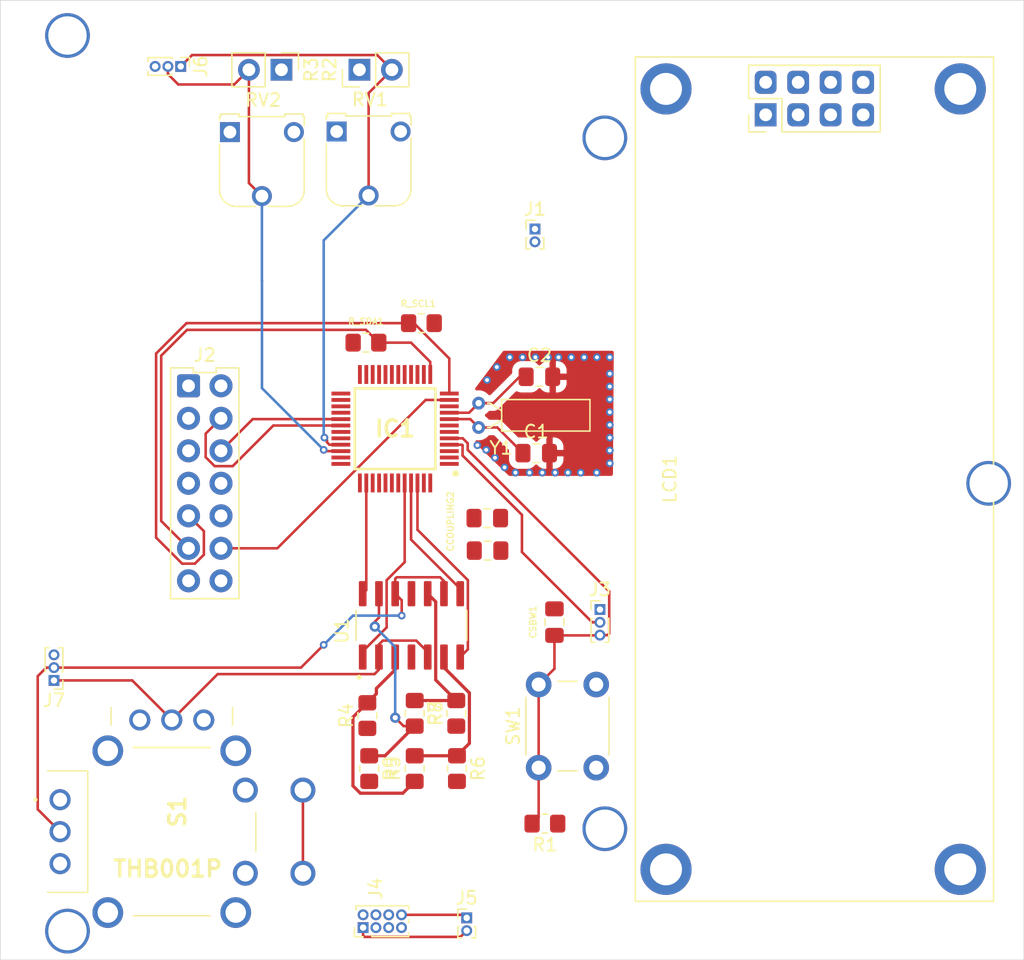
<source format=kicad_pcb>
(kicad_pcb (version 20221018) (generator pcbnew)
  (layers (0 "F.Cu" signal) (31 "B.Cu" signal) (34 "B.Paste" user) (35 "F.Paste" user) (36 "B.SilkS" user "B.Silkscreen") (37 "F.SilkS" user "F.Silkscreen") (38 "B.Mask" user) (39 "F.Mask" user) (44 "Edge.Cuts" user))
  (net 0 "")
  (net 1 "XIN")
  (net 2 "GND")
  (net 3 "XOUT")
  (net 4 "+3.3V")
  (net 5 "RESET{slash}TDIO")
  (net 7 "/SBWTCK")
  (net 8 "Rst_n_display")
  (net 9 "G(P2.4)")
  (net 10 "SCL")
  (net 11 "SDA")
  (net 25 "TRIGGER")
  (net 26 "ECHO")
  (net 27 "RXD")
  (net 28 "TXD")
  (net 33 "C_ENABLE")
  (net 34 "/GPIO_L")
  (net 38 "A9")
  (net 39 "A8")
  (net 40 "/GPIO_R")
  (net 41 "/GPIO_B")
  (net 42 "/GPIO_T")
  (net 43 "DF_Robot")
  (net 53 "Analog_outTB")
  (net 54 "Analog_out_RL")
  (net 57 "Net-(U1A-+)")
  (net 58 "Net-(U1B--)")
  (net 59 "Net-(U1C-+)")
  (net 60 "Net-(U1D--)")
  (footprint "Capacitor_SMD:C_0805_2012Metric_Pad1.18x1.45mm_HandSolder" (layer "F.Cu") (at 125.5615 93.46996)
    (fp_text reference "CCOUPLING2" (at -2.8795 0.25604 -90) (layer "F.SilkS") (effects (font (size 0.5 0.5) (thickness 0.1) bold)))
    (fp_text value "100nF")
    (pad "1" smd roundrect (at -1.0375 0) (size 1.175 1.45) (layers "F.Cu" "F.Paste" "F.Mask") (roundrect_rratio 0.212766) (net 4 "+3.3V"))
    (pad "2" smd roundrect (at 1.0375 0) (size 1.175 1.45) (layers "F.Cu" "F.Paste" "F.Mask") (roundrect_rratio 0.212766) (net 2 "GND"))
  )
  (footprint "MiSE:THB001P" (layer "F.Cu") (at 92.171 115.4775 90)
    (fp_text reference "S1" (at -0.937 9.175 90) (layer "F.SilkS") (effects (font (size 1.27 1.27) (thickness 0.254))))
    (fp_text value "THB001P" (at -5.4025 8.415) (layer "F.SilkS") (effects (font (size 1.27 1.27) (thickness 0.254))))
    (pad "1" thru_hole circle (at 0 0 90) (size 1.65 1.65) (drill 1.1) (layers "*.Cu" "*.Mask") (net 4 "+3.3V"))
    (pad "2" thru_hole circle (at -2.5 0 90) (size 1.65 1.65) (drill 1.1) (layers "*.Cu" "*.Mask") (net 54 "Analog_out_RL"))
    (pad "3" thru_hole circle (at -5 0 90) (size 1.65 1.65) (drill 1.1) (layers "*.Cu" "*.Mask") (net 2 "GND"))
    (pad "11" thru_hole circle (at 6.23 11.23 90) (size 1.65 1.65) (drill 1.1) (layers "*.Cu" "*.Mask") (net 4 "+3.3V"))
    (pad "12" thru_hole circle (at 6.23 8.73 90) (size 1.65 1.65) (drill 1.1) (layers "*.Cu" "*.Mask") (net 53 "Analog_outTB"))
    (pad "13" thru_hole circle (at 6.23 6.23 90) (size 1.65 1.65) (drill 1.1) (layers "*.Cu" "*.Mask") (net 2 "GND"))
    (pad "A1" thru_hole circle (at -5.75 14.48 90) (size 1.95 1.95) (drill 1.3) (layers "*.Cu" "*.Mask") (net 2 "GND"))
    (pad "B1" thru_hole circle (at 0.75 14.48 90) (size 1.95 1.95) (drill 1.3) (layers "*.Cu" "*.Mask") (net 2 "GND"))
    (pad "C1" thru_hole circle (at -5.75 18.98 90) (size 1.95 1.95) (drill 1.3) (layers "*.Cu" "*.Mask") (net 43 "DF_Robot"))
    (pad "D1" thru_hole circle (at 0.75 18.98 90) (size 1.95 1.95) (drill 1.3) (layers "*.Cu" "*.Mask") (net 43 "DF_Robot"))
    (pad "MH1" thru_hole circle (at 3.825 3.73 90) (size 2.4 2.4) (drill 1.6) (layers "*.Cu" "*.Mask") (net 2 "GND"))
    (pad "MH2" thru_hole circle (at -8.825 3.73 90) (size 2.4 2.4) (drill 1.6) (layers "*.Cu" "*.Mask") (net 2 "GND"))
    (pad "MH3" thru_hole circle (at -8.825 13.73 90) (size 2.4 2.4) (drill 1.6) (layers "*.Cu" "*.Mask") (net 2 "GND"))
    (pad "MH4" thru_hole circle (at 3.825 13.73 90) (size 2.4 2.4) (drill 1.6) (layers "*.Cu" "*.Mask") (net 2 "GND"))
  )
  (footprint "MiSE:LDR" (layer "F.Cu") (at 109.47 58.428 -90)
    (fp_text reference "R3" (at 0 -2.33 90) (layer "F.SilkS"))
    (fp_text value "Device_R_PHOTO")
    (pad "1" thru_hole rect (at 0 0 270) (size 1.7 1.7) (drill 1) (layers "*.Cu" "*.Mask") (net 4 "+3.3V"))
    (pad "2" thru_hole oval (at 0 2.54 270) (size 1.7 1.7) (drill 1) (layers "*.Cu" "*.Mask") (net 38 "A9"))
  )
  (footprint "Connector_PinHeader_1.00mm:PinHeader_1x03_P1.00mm_Vertical" (layer "F.Cu") (at 101.6 58.166 -90)
    (fp_text reference "J6" (at 0 -1.56 90) (layer "F.SilkS"))
    (fp_text value "Conn_01x03_Pin")
    (pad "1" thru_hole rect (at 0 0 270) (size 0.85 0.85) (drill 0.5) (layers "*.Cu" "*.Mask") (net 39 "A8"))
    (pad "2" thru_hole oval (at 0 1 270) (size 0.85 0.85) (drill 0.5) (layers "*.Cu" "*.Mask") (net 38 "A9"))
    (pad "3" thru_hole oval (at 0 2 270) (size 0.85 0.85) (drill 0.5) (layers "*.Cu" "*.Mask") (net 2 "GND"))
  )
  (footprint "MiSE:Trimmer_MiSE" (layer "F.Cu") (at 105.446 63.3)
    (fp_text reference "RV2" (at 2.6 -2.5) (layer "F.SilkS"))
    (fp_text value "Device_R_POT")
    (pad "1" thru_hole rect (at 0 0) (size 1.56 1.56) (drill 1) (layers "*.Cu" "*.Mask"))
    (pad "2" thru_hole circle (at 2.5 5) (size 1.56 1.56) (drill 1) (layers "*.Cu" "*.Mask") (net 38 "A9"))
    (pad "3" thru_hole circle (at 5 0) (size 1.56 1.56) (drill 1) (layers "*.Cu" "*.Mask") (net 2 "GND"))
  )
  (footprint "MiSE:QFP50P900X900X160-48N" (layer "F.Cu") (at 118.354 86.484 180)
    (fp_text reference "IC1" (at 0 0) (layer "F.SilkS") (effects (font (size 1.27 1.27) (thickness 0.254))))
    (fp_text value "MSP430FR2355TPT" hide)
    (pad "1" smd rect (at -4.238 -2.75 270) (size 0.3 1.475) (layers "F.Cu" "F.Paste" "F.Mask") (net 2 "GND"))
    (pad "2" smd rect (at -4.238 -2.25 270) (size 0.3 1.475) (layers "F.Cu" "F.Paste" "F.Mask"))
    (pad "3" smd rect (at -4.238 -1.75 270) (size 0.3 1.475) (layers "F.Cu" "F.Paste" "F.Mask") (net 4 "+3.3V"))
    (pad "4" smd rect (at -4.238 -1.25 270) (size 0.3 1.475) (layers "F.Cu" "F.Paste" "F.Mask") (net 7 "/SBWTCK"))
    (pad "5" smd rect (at -4.238 -0.75 270) (size 0.3 1.475) (layers "F.Cu" "F.Paste" "F.Mask") (net 5 "RESET{slash}TDIO"))
    (pad "6" smd rect (at -4.238 -0.25 270) (size 0.3 1.475) (layers "F.Cu" "F.Paste" "F.Mask") (net 4 "+3.3V"))
    (pad "7" smd rect (at -4.238 0.25 270) (size 0.3 1.475) (layers "F.Cu" "F.Paste" "F.Mask") (net 2 "GND"))
    (pad "8" smd rect (at -4.238 0.75 270) (size 0.3 1.475) (layers "F.Cu" "F.Paste" "F.Mask") (net 1 "XIN"))
    (pad "9" smd rect (at -4.238 1.25 270) (size 0.3 1.475) (layers "F.Cu" "F.Paste" "F.Mask") (net 3 "XOUT"))
    (pad "10" smd rect (at -4.238 1.75 270) (size 0.3 1.475) (layers "F.Cu" "F.Paste" "F.Mask"))
    (pad "11" smd rect (at -4.238 2.25 270) (size 0.3 1.475) (layers "F.Cu" "F.Paste" "F.Mask") (net 9 "G(P2.4)"))
    (pad "12" smd rect (at -4.238 2.75 270) (size 0.3 1.475) (layers "F.Cu" "F.Paste" "F.Mask") (net 10 "SCL"))
    (pad "13" smd rect (at -2.75 4.238 180) (size 0.3 1.475) (layers "F.Cu" "F.Paste" "F.Mask") (net 11 "SDA"))
    (pad "14" smd rect (at -2.25 4.238 180) (size 0.3 1.475) (layers "F.Cu" "F.Paste" "F.Mask") (net 8 "Rst_n_display"))
    (pad "15" smd rect (at -1.75 4.238 180) (size 0.3 1.475) (layers "F.Cu" "F.Paste" "F.Mask") (net 33 "C_ENABLE"))
    (pad "16" smd rect (at -1.25 4.238 180) (size 0.3 1.475) (layers "F.Cu" "F.Paste" "F.Mask"))
    (pad "17" smd rect (at -0.75 4.238 180) (size 0.3 1.475) (layers "F.Cu" "F.Paste" "F.Mask"))
    (pad "18" smd rect (at -0.25 4.238 180) (size 0.3 1.475) (layers "F.Cu" "F.Paste" "F.Mask"))
    (pad "19" smd rect (at 0.25 4.238 180) (size 0.3 1.475) (layers "F.Cu" "F.Paste" "F.Mask"))
    (pad "20" smd rect (at 0.75 4.238 180) (size 0.3 1.475) (layers "F.Cu" "F.Paste" "F.Mask"))
    (pad "21" smd rect (at 1.25 4.238 180) (size 0.3 1.475) (layers "F.Cu" "F.Paste" "F.Mask"))
    (pad "22" smd rect (at 1.75 4.238 180) (size 0.3 1.475) (layers "F.Cu" "F.Paste" "F.Mask"))
    (pad "23" smd rect (at 2.25 4.238 180) (size 0.3 1.475) (layers "F.Cu" "F.Paste" "F.Mask") (net 27 "RXD"))
    (pad "24" smd rect (at 2.75 4.238 180) (size 0.3 1.475) (layers "F.Cu" "F.Paste" "F.Mask") (net 28 "TXD"))
    (pad "25" smd rect (at 4.238 2.75 270) (size 0.3 1.475) (layers "F.Cu" "F.Paste" "F.Mask"))
    (pad "26" smd rect (at 4.238 2.25 270) (size 0.3 1.475) (layers "F.Cu" "F.Paste" "F.Mask"))
    (pad "27" smd rect (at 4.238 1.75 270) (size 0.3 1.475) (layers "F.Cu" "F.Paste" "F.Mask"))
    (pad "28" smd rect (at 4.238 1.25 270) (size 0.3 1.475) (layers "F.Cu" "F.Paste" "F.Mask"))
    (pad "29" smd rect (at 4.238 0.75 270) (size 0.3 1.475) (layers "F.Cu" "F.Paste" "F.Mask") (net 25 "TRIGGER"))
    (pad "30" smd rect (at 4.238 0.25 270) (size 0.3 1.475) (layers "F.Cu" "F.Paste" "F.Mask") (net 26 "ECHO"))
    (pad "31" smd rect (at 4.238 -0.25 270) (size 0.3 1.475) (layers "F.Cu" "F.Paste" "F.Mask"))
    (pad "32" smd rect (at 4.238 -0.75 270) (size 0.3 1.475) (layers "F.Cu" "F.Paste" "F.Mask"))
    (pad "33" smd rect (at 4.238 -1.25 270) (size 0.3 1.475) (layers "F.Cu" "F.Paste" "F.Mask") (net 39 "A8"))
    (pad "34" smd rect (at 4.238 -1.75 270) (size 0.3 1.475) (layers "F.Cu" "F.Paste" "F.Mask") (net 38 "A9"))
    (pad "35" smd rect (at 4.238 -2.25 270) (size 0.3 1.475) (layers "F.Cu" "F.Paste" "F.Mask"))
    (pad "36" smd rect (at 4.238 -2.75 270) (size 0.3 1.475) (layers "F.Cu" "F.Paste" "F.Mask"))
    (pad "37" smd rect (at 2.75 -4.238 180) (size 0.3 1.475) (layers "F.Cu" "F.Paste" "F.Mask"))
    (pad "38" smd rect (at 2.25 -4.238 180) (size 0.3 1.475) (layers "F.Cu" "F.Paste" "F.Mask") (net 34 "/GPIO_L"))
    (pad "39" smd rect (at 1.75 -4.238 180) (size 0.3 1.475) (layers "F.Cu" "F.Paste" "F.Mask"))
    (pad "40" smd rect (at 1.25 -4.238 180) (size 0.3 1.475) (layers "F.Cu" "F.Paste" "F.Mask"))
    (pad "41" smd rect (at 0.75 -4.238 180) (size 0.3 1.475) (layers "F.Cu" "F.Paste" "F.Mask"))
    (pad "42" smd rect (at 0.25 -4.238 180) (size 0.3 1.475) (layers "F.Cu" "F.Paste" "F.Mask"))
    (pad "43" smd rect (at -0.25 -4.238 180) (size 0.3 1.475) (layers "F.Cu" "F.Paste" "F.Mask"))
    (pad "44" smd rect (at -0.75 -4.238 180) (size 0.3 1.475) (layers "F.Cu" "F.Paste" "F.Mask") (net 42 "/GPIO_T"))
    (pad "45" smd rect (at -1.25 -4.238 180) (size 0.3 1.475) (layers "F.Cu" "F.Paste" "F.Mask") (net 40 "/GPIO_R"))
    (pad "46" smd rect (at -1.75 -4.238 180) (size 0.3 1.475) (layers "F.Cu" "F.Paste" "F.Mask") (net 41 "/GPIO_B"))
    (pad "47" smd rect (at -2.25 -4.238 180) (size 0.3 1.475) (layers "F.Cu" "F.Paste" "F.Mask") (net 43 "DF_Robot"))
    (pad "48" smd rect (at -2.75 -4.238 180) (size 0.3 1.475) (layers "F.Cu" "F.Paste" "F.Mask"))
  )
  (footprint "Crystal:Crystal_C26-LF_D2.1mm_L6.5mm_Horizontal" (layer "F.Cu") (at 124.886 86.386 90)
    (fp_text reference "Y1" (at -1.6 1.75) (layer "F.SilkS"))
    (fp_text value "Crystal")
    (pad "1" thru_hole circle (at 0 0 90) (size 1 1) (drill 0.5) (layers "*.Cu" "*.Mask") (net 1 "XIN"))
    (pad "2" thru_hole circle (at 1.9 0 90) (size 1 1) (drill 0.5) (layers "*.Cu" "*.Mask") (net 3 "XOUT"))
  )
  (footprint "Capacitor_SMD:C_0805_2012Metric_Pad1.18x1.45mm_HandSolder" (layer "F.Cu") (at 129.386 88.392)
    (fp_text reference "C1" (at 0 -1.68) (layer "F.SilkS"))
    (fp_text value "12pF")
    (pad "1" smd roundrect (at -1.0375 0) (size 1.175 1.45) (layers "F.Cu" "F.Paste" "F.Mask") (roundrect_rratio 0.212766) (net 1 "XIN"))
    (pad "2" smd roundrect (at 1.0375 0) (size 1.175 1.45) (layers "F.Cu" "F.Paste" "F.Mask") (roundrect_rratio 0.212766) (net 2 "GND"))
  )
  (footprint "MiSE:conn_DFrobot" (layer "F.Cu") (at 104.75 90.75)
    (fp_text reference "J2" (at -1.27 -10.02) (layer "F.SilkS"))
    (fp_text value "conn_DFrobot")
    (pad "1" thru_hole roundrect (at -2.54 -7.62 270) (size 1.8 1.8) (drill 1) (layers "*.Cu" "*.Mask") (roundrect_rratio 0.1388888889) (net 4 "+3.3V"))
    (pad "2" thru_hole circle (at 0 -7.62 270) (size 1.8 1.8) (drill 1) (layers "*.Cu" "*.Mask") (net 4 "+3.3V"))
    (pad "3" thru_hole circle (at -2.54 -5.08 270) (size 1.8 1.8) (drill 1) (layers "*.Cu" "*.Mask"))
    (pad "4" thru_hole circle (at 0 -5.08 270) (size 1.8 1.8) (drill 1) (layers "*.Cu" "*.Mask") (net 26 "ECHO"))
    (pad "5" thru_hole circle (at -2.54 -2.54 270) (size 1.8 1.8) (drill 1) (layers "*.Cu" "*.Mask"))
    (pad "6" thru_hole circle (at 0 -2.54 270) (size 1.8 1.8) (drill 1) (layers "*.Cu" "*.Mask") (net 25 "TRIGGER"))
    (pad "7" thru_hole circle (at -2.54 0 270) (size 1.8 1.8) (drill 1) (layers "*.Cu" "*.Mask"))
    (pad "8" thru_hole circle (at 0 0 270) (size 1.8 1.8) (drill 1) (layers "*.Cu" "*.Mask"))
    (pad "9" thru_hole circle (at -2.54 2.54 270) (size 1.8 1.8) (drill 1) (layers "*.Cu" "*.Mask") (net 10 "SCL"))
    (pad "10" thru_hole circle (at 0 2.54 270) (size 1.8 1.8) (drill 1) (layers "*.Cu" "*.Mask"))
    (pad "11" thru_hole circle (at -2.54 5.08 270) (size 1.8 1.8) (drill 1) (layers "*.Cu" "*.Mask") (net 11 "SDA"))
    (pad "12" thru_hole circle (at 0 5.08 270) (size 1.8 1.8) (drill 1) (layers "*.Cu" "*.Mask") (net 9 "G(P2.4)"))
    (pad "13" thru_hole circle (at -2.54 7.62 270) (size 1.8 1.8) (drill 1) (layers "*.Cu" "*.Mask") (net 2 "GND"))
    (pad "14" thru_hole circle (at 0 7.62 270) (size 1.8 1.8) (drill 1) (layers "*.Cu" "*.Mask") (net 2 "GND"))
    (pad "15" thru_hole circle (at 60 0 270) (size 3.5 3.5) (drill 3) (layers "*.Cu" "*.Mask"))
    (pad "16" thru_hole circle (at 30 27 270) (size 3.5 3.5) (drill 3) (layers "*.Cu" "*.Mask"))
    (pad "17" thru_hole circle (at 30 -27 270) (size 3.5 3.5) (drill 3) (layers "*.Cu" "*.Mask"))
    (pad "18" thru_hole circle (at -12 35 270) (size 3.5 3.5) (drill 3) (layers "*.Cu" "*.Mask"))
    (pad "19" thru_hole circle (at -12 -35 270) (size 3.5 3.5) (drill 3) (layers "*.Cu" "*.Mask"))
  )
  (footprint "Resistor_SMD:R_0805_2012Metric_Pad1.20x1.40mm_HandSolder" (layer "F.Cu") (at 123.138 108.728 90)
    (fp_text reference "R7" (at 0 -1.65 90) (layer "F.SilkS"))
    (fp_text value "2K")
    (pad "1" smd roundrect (at -1 0 90) (size 1.2 1.4) (layers "F.Cu" "F.Paste" "F.Mask") (roundrect_rratio 0.208333) (net 4 "+3.3V"))
    (pad "2" smd roundrect (at 1 0 90) (size 1.2 1.4) (layers "F.Cu" "F.Paste" "F.Mask") (roundrect_rratio 0.208333) (net 59 "Net-(U1C-+)"))
  )
  (footprint "MiSE:Trimmer_MiSE" (layer "F.Cu") (at 113.788 63.254)
    (fp_text reference "RV1" (at 2.6 -2.5) (layer "F.SilkS"))
    (fp_text value "Device_R_POT")
    (pad "1" thru_hole rect (at 0 0) (size 1.56 1.56) (drill 1) (layers "*.Cu" "*.Mask"))
    (pad "2" thru_hole circle (at 2.5 5) (size 1.56 1.56) (drill 1) (layers "*.Cu" "*.Mask") (net 39 "A8"))
    (pad "3" thru_hole circle (at 5 0) (size 1.56 1.56) (drill 1) (layers "*.Cu" "*.Mask") (net 2 "GND"))
  )
  (footprint "Connector_PinHeader_1.00mm:PinHeader_1x02_P1.00mm_Vertical" (layer "F.Cu") (at 129.286 70.874)
    (fp_text reference "J1" (at 0 -1.56) (layer "F.SilkS"))
    (fp_text value "Conn_01x02_Pin")
    (pad "1" thru_hole rect (at 0 0) (size 0.85 0.85) (drill 0.5) (layers "*.Cu" "*.Mask") (net 10 "SCL"))
    (pad "2" thru_hole oval (at 0 1) (size 0.85 0.85) (drill 0.5) (layers "*.Cu" "*.Mask") (net 11 "SDA"))
  )
  (footprint "Connector_PinHeader_1.00mm:PinHeader_1x02_P1.00mm_Vertical" (layer "F.Cu") (at 123.952 124.714)
    (fp_text reference "J5" (at 0 -1.56) (layer "F.SilkS"))
    (fp_text value "Conn_01x02_Pin")
    (pad "1" thru_hole rect (at 0 0) (size 0.85 0.85) (drill 0.5) (layers "*.Cu" "*.Mask") (net 28 "TXD"))
    (pad "2" thru_hole oval (at 0 1) (size 0.85 0.85) (drill 0.5) (layers "*.Cu" "*.Mask") (net 27 "RXD"))
  )
  (footprint "Resistor_SMD:R_0805_2012Metric_Pad1.20x1.40mm_HandSolder" (layer "F.Cu") (at 123.19 113.046 -90)
    (fp_text reference "R6" (at 0 -1.65 90) (layer "F.SilkS"))
    (fp_text value "3K")
    (pad "1" smd roundrect (at -1 0 270) (size 1.2 1.4) (layers "F.Cu" "F.Paste" "F.Mask") (roundrect_rratio 0.208333) (net 58 "Net-(U1B--)"))
    (pad "2" smd roundrect (at 1 0 270) (size 1.2 1.4) (layers "F.Cu" "F.Paste" "F.Mask") (roundrect_rratio 0.208333) (net 2 "GND"))
  )
  (footprint "Capacitor_SMD:C_0805_2012Metric_Pad1.18x1.45mm_HandSolder" (layer "F.Cu") (at 125.583 96.00996)
    (fp_text reference "CCOUPLING1" hide)
    (fp_text value "100nF")
    (pad "1" smd roundrect (at -1.0375 0) (size 1.175 1.45) (layers "F.Cu" "F.Paste" "F.Mask") (roundrect_rratio 0.212766) (net 4 "+3.3V"))
    (pad "2" smd roundrect (at 1.0375 0) (size 1.175 1.45) (layers "F.Cu" "F.Paste" "F.Mask") (roundrect_rratio 0.212766) (net 2 "GND"))
  )
  (footprint "Capacitor_SMD:C_0805_2012Metric_Pad1.18x1.45mm_HandSolder" (layer "F.Cu") (at 129.636 82.424)
    (fp_text reference "C2" (at 0 -1.68) (layer "F.SilkS"))
    (fp_text value "12pF")
    (pad "1" smd roundrect (at -1.0375 0) (size 1.175 1.45) (layers "F.Cu" "F.Paste" "F.Mask") (roundrect_rratio 0.212766) (net 3 "XOUT"))
    (pad "2" smd roundrect (at 1.0375 0) (size 1.175 1.45) (layers "F.Cu" "F.Paste" "F.Mask") (roundrect_rratio 0.212766) (net 2 "GND"))
  )
  (footprint "Button_Switch_THT:SW_PUSH_6mm" (layer "F.Cu") (at 129.576 112.978 90)
    (fp_text reference "SW1" (at 3.25 -2 90) (layer "F.SilkS"))
    (fp_text value "SW_Push")
    (pad "1" thru_hole circle (at 0 0 180) (size 2 2) (drill 1.1) (layers "*.Cu" "*.Mask") (net 5 "RESET{slash}TDIO"))
    (pad "1" thru_hole circle (at 6.5 0 180) (size 2 2) (drill 1.1) (layers "*.Cu" "*.Mask") (net 5 "RESET{slash}TDIO"))
    (pad "2" thru_hole circle (at 0 4.5 180) (size 2 2) (drill 1.1) (layers "*.Cu" "*.Mask") (net 2 "GND"))
    (pad "2" thru_hole circle (at 6.5 4.5 180) (size 2 2) (drill 1.1) (layers "*.Cu" "*.Mask") (net 2 "GND"))
  )
  (footprint "Resistor_SMD:R_0805_2012Metric_Pad1.20x1.40mm_HandSolder" (layer "F.Cu") (at 116.078 79.756)
    (fp_text reference "R_SDA1" (at 0 -1.65) (layer "F.SilkS") (effects (font (size 0.5 0.5) (thickness 0.1) bold)))
    (fp_text value "10K")
    (pad "1" smd roundrect (at -1 0) (size 1.2 1.4) (layers "F.Cu" "F.Paste" "F.Mask") (roundrect_rratio 0.208333) (net 4 "+3.3V"))
    (pad "2" smd roundrect (at 1 0) (size 1.2 1.4) (layers "F.Cu" "F.Paste" "F.Mask") (roundrect_rratio 0.208333) (net 11 "SDA"))
  )
  (footprint "Resistor_SMD:R_0805_2012Metric_Pad1.20x1.40mm_HandSolder" (layer "F.Cu") (at 119.888 113.046 90)
    (fp_text reference "R5" (at 0 -1.65 90) (layer "F.SilkS"))
    (fp_text value "5K")
    (pad "1" smd roundrect (at -1 0 90) (size 1.2 1.4) (layers "F.Cu" "F.Paste" "F.Mask") (roundrect_rratio 0.208333) (net 57 "Net-(U1A-+)"))
    (pad "2" smd roundrect (at 1 0 90) (size 1.2 1.4) (layers "F.Cu" "F.Paste" "F.Mask") (roundrect_rratio 0.208333) (net 58 "Net-(U1B--)"))
  )
  (footprint "MiSE:LCD_2x16_I2C(Midas)" (layer "F.Cu") (at 151.13 90.424 90)
    (fp_text reference "LCD1" (at 0 -11.3 90) (layer "F.SilkS"))
    (fp_text value "LCD_2x16_I2C")
    (pad "1" thru_hole rect (at 28.475 -3.81 90) (size 1.8 1.7) (drill 1) (layers "*.Cu" "*.Mask") (net 4 "+3.3V"))
    (pad "2" thru_hole roundrect (at 31.015 -3.81 90) (size 1.8 1.7) (drill 1) (layers "*.Cu" "*.Mask") (net 2 "GND"))
    (pad "3" thru_hole roundrect (at 28.475 -1.27 90) (size 1.8 1.7) (drill 1) (layers "*.Cu" "*.Mask") (net 11 "SDA"))
    (pad "4" thru_hole roundrect (at 31.015 -1.27 90) (size 1.8 1.7) (drill 1) (layers "*.Cu" "*.Mask") (net 10 "SCL"))
    (pad "5" thru_hole roundrect (at 28.475 1.27 90) (size 1.8 1.7) (drill 1) (layers "*.Cu" "*.Mask") (net 8 "Rst_n_display"))
    (pad "6" thru_hole roundrect (at 31.015 1.27 90) (size 1.8 1.7) (drill 1) (layers "*.Cu" "*.Mask"))
    (pad "7" thru_hole roundrect (at 28.475 3.81 90) (size 1.8 1.7) (drill 1) (layers "*.Cu" "*.Mask") (net 2 "GND"))
    (pad "8" thru_hole roundrect (at 31.015 3.81 90) (size 1.8 1.7) (drill 1) (layers "*.Cu" "*.Mask"))
    (pad "9" thru_hole circle (at 30.5 11.4 90) (size 4 4) (drill 2.5) (layers "*.Cu" "*.Mask"))
    (pad "10" thru_hole circle (at -30.5 11.4 90) (size 4 4) (drill 2.5) (layers "*.Cu" "*.Mask"))
    (pad "11" thru_hole circle (at -30.5 -11.6 90) (size 4 4) (drill 2.5) (layers "*.Cu" "*.Mask"))
    (pad "12" thru_hole circle (at 30.5 -11.6 90) (size 4 4) (drill 2.5) (layers "*.Cu" "*.Mask"))
  )
  (footprint "Resistor_SMD:R_0805_2012Metric_Pad1.20x1.40mm_HandSolder" (layer "F.Cu") (at 116.332 113.046 -90)
    (fp_text reference "R9" (at 0 -1.65 90) (layer "F.SilkS"))
    (fp_text value "3K")
    (pad "1" smd roundrect (at -1 0 270) (size 1.2 1.4) (layers "F.Cu" "F.Paste" "F.Mask") (roundrect_rratio 0.208333) (net 60 "Net-(U1D--)"))
    (pad "2" smd roundrect (at 1 0 270) (size 1.2 1.4) (layers "F.Cu" "F.Paste" "F.Mask") (roundrect_rratio 0.208333) (net 2 "GND"))
  )
  (footprint "Resistor_SMD:R_0805_2012Metric_Pad1.20x1.40mm_HandSolder" (layer "F.Cu") (at 130.064 117.348 180)
    (fp_text reference "R1" (at 0 -1.65) (layer "F.SilkS"))
    (fp_text value "10K")
    (pad "1" smd roundrect (at -1 0 180) (size 1.2 1.4) (layers "F.Cu" "F.Paste" "F.Mask") (roundrect_rratio 0.208333) (net 4 "+3.3V"))
    (pad "2" smd roundrect (at 1 0 180) (size 1.2 1.4) (layers "F.Cu" "F.Paste" "F.Mask") (roundrect_rratio 0.208333) (net 5 "RESET{slash}TDIO"))
  )
  (footprint "Resistor_SMD:R_0805_2012Metric_Pad1.20x1.40mm_HandSolder" (layer "F.Cu") (at 120.412 78.232 180)
    (fp_text reference "R_SCL1" (at 0.254 1.524) (layer "F.SilkS") (effects (font (size 0.5 0.5) (thickness 0.1) bold)))
    (fp_text value "10K")
    (pad "1" smd roundrect (at -1 0 180) (size 1.2 1.4) (layers "F.Cu" "F.Paste" "F.Mask") (roundrect_rratio 0.208333) (net 4 "+3.3V"))
    (pad "2" smd roundrect (at 1 0 180) (size 1.2 1.4) (layers "F.Cu" "F.Paste" "F.Mask") (roundrect_rratio 0.208333) (net 10 "SCL"))
  )
  (footprint "Connector_PinHeader_1.00mm:PinHeader_2x04_P1.00mm_Vertical" (layer "F.Cu") (at 115.856 125.476 90)
    (fp_text reference "J4" (at 3.048 0.984 270) (layer "F.SilkS"))
    (fp_text value "ESP01")
    (pad "1" thru_hole rect (at 0 0 90) (size 0.85 0.85) (drill 0.5) (layers "*.Cu" "*.Mask") (net 27 "RXD"))
    (pad "2" thru_hole oval (at 1 0 90) (size 0.85 0.85) (drill 0.5) (layers "*.Cu" "*.Mask") (net 4 "+3.3V"))
    (pad "3" thru_hole oval (at 0 1 90) (size 0.85 0.85) (drill 0.5) (layers "*.Cu" "*.Mask"))
    (pad "4" thru_hole oval (at 1 1 90) (size 0.85 0.85) (drill 0.5) (layers "*.Cu" "*.Mask"))
    (pad "5" thru_hole oval (at 0 2 90) (size 0.85 0.85) (drill 0.5) (layers "*.Cu" "*.Mask"))
    (pad "6" thru_hole oval (at 1 2 90) (size 0.85 0.85) (drill 0.5) (layers "*.Cu" "*.Mask") (net 33 "C_ENABLE"))
    (pad "7" thru_hole oval (at 0 3 90) (size 0.85 0.85) (drill 0.5) (layers "*.Cu" "*.Mask") (net 2 "GND"))
    (pad "8" thru_hole oval (at 1 3 90) (size 0.85 0.85) (drill 0.5) (layers "*.Cu" "*.Mask") (net 28 "TXD"))
  )
  (footprint "MiSE:SOIC127P600X175-14N" (layer "F.Cu") (at 119.634 101.854 90)
    (fp_text reference "U1" (at -0.425 -5.435 90) (layer "F.SilkS"))
    (fp_text value "LMV324")
    (pad "1" smd roundrect (at -2.475 -3.81 90) (size 1.97 0.6) (layers "F.Cu" "F.Paste" "F.Mask") (roundrect_rratio 0.15) (net 42 "/GPIO_T"))
    (pad "2" smd roundrect (at -2.475 -2.54 90) (size 1.97 0.6) (layers "F.Cu" "F.Paste" "F.Mask") (roundrect_rratio 0.15) (net 53 "Analog_outTB"))
    (pad "3" smd roundrect (at -2.475 -1.27 90) (size 1.97 0.6) (layers "F.Cu" "F.Paste" "F.Mask") (roundrect_rratio 0.15) (net 57 "Net-(U1A-+)"))
    (pad "4" smd roundrect (at -2.475 0 90) (size 1.97 0.6) (layers "F.Cu" "F.Paste" "F.Mask") (roundrect_rratio 0.15) (net 4 "+3.3V"))
    (pad "5" smd roundrect (at -2.475 1.27 90) (size 1.97 0.6) (layers "F.Cu" "F.Paste" "F.Mask") (roundrect_rratio 0.15) (net 53 "Analog_outTB"))
    (pad "6" smd roundrect (at -2.475 2.54 90) (size 1.97 0.6) (layers "F.Cu" "F.Paste" "F.Mask") (roundrect_rratio 0.15) (net 58 "Net-(U1B--)"))
    (pad "7" smd roundrect (at -2.475 3.81 90) (size 1.97 0.6) (layers "F.Cu" "F.Paste" "F.Mask") (roundrect_rratio 0.15) (net 41 "/GPIO_B"))
    (pad "8" smd roundrect (at 2.475 3.81 90) (size 1.97 0.6) (layers "F.Cu" "F.Paste" "F.Mask") (roundrect_rratio 0.15) (net 40 "/GPIO_R"))
    (pad "9" smd roundrect (at 2.475 2.54 90) (size 1.97 0.6) (layers "F.Cu" "F.Paste" "F.Mask") (roundrect_rratio 0.15) (net 54 "Analog_out_RL"))
    (pad "10" smd roundrect (at 2.475 1.27 90) (size 1.97 0.6) (layers "F.Cu" "F.Paste" "F.Mask") (roundrect_rratio 0.15) (net 59 "Net-(U1C-+)"))
    (pad "11" smd roundrect (at 2.475 0 90) (size 1.97 0.6) (layers "F.Cu" "F.Paste" "F.Mask") (roundrect_rratio 0.15) (net 2 "GND"))
    (pad "12" smd roundrect (at 2.475 -1.27 90) (size 1.97 0.6) (layers "F.Cu" "F.Paste" "F.Mask") (roundrect_rratio 0.15) (net 54 "Analog_out_RL"))
    (pad "13" smd roundrect (at 2.475 -2.54 90) (size 1.97 0.6) (layers "F.Cu" "F.Paste" "F.Mask") (roundrect_rratio 0.15) (net 60 "Net-(U1D--)"))
    (pad "14" smd roundrect (at 2.475 -3.81 90) (size 1.97 0.6) (layers "F.Cu" "F.Paste" "F.Mask") (roundrect_rratio 0.15) (net 34 "/GPIO_L"))
  )
  (footprint "Connector_PinHeader_1.00mm:PinHeader_1x03_P1.00mm_Vertical" (layer "F.Cu") (at 91.694 106.156 180)
    (fp_text reference "J7" (at 0 -1.56) (layer "F.SilkS"))
    (fp_text value "Conn_01x03_Pin")
    (pad "1" thru_hole rect (at 0 0 180) (size 0.85 0.85) (drill 0.5) (layers "*.Cu" "*.Mask") (net 53 "Analog_outTB"))
    (pad "2" thru_hole oval (at 0 1 180) (size 0.85 0.85) (drill 0.5) (layers "*.Cu" "*.Mask") (net 54 "Analog_out_RL"))
    (pad "3" thru_hole oval (at 0 2 180) (size 0.85 0.85) (drill 0.5) (layers "*.Cu" "*.Mask") (net 2 "GND"))
  )
  (footprint "Resistor_SMD:R_0805_2012Metric_Pad1.20x1.40mm_HandSolder" (layer "F.Cu") (at 116.186 108.904 90)
    (fp_text reference "R4" (at 0 -1.65 90) (layer "F.SilkS"))
    (fp_text value "2K")
    (pad "1" smd roundrect (at -1 0 90) (size 1.2 1.4) (layers "F.Cu" "F.Paste" "F.Mask") (roundrect_rratio 0.208333) (net 4 "+3.3V"))
    (pad "2" smd roundrect (at 1 0 90) (size 1.2 1.4) (layers "F.Cu" "F.Paste" "F.Mask") (roundrect_rratio 0.208333) (net 57 "Net-(U1A-+)"))
  )
  (footprint "MiSE:LDR" (layer "F.Cu") (at 115.566 58.428 90)
    (fp_text reference "R2" (at 0 -2.33 90) (layer "F.SilkS"))
    (fp_text value "Device_R_PHOTO")
    (pad "1" thru_hole rect (at 0 0 90) (size 1.7 1.7) (drill 1) (layers "*.Cu" "*.Mask") (net 4 "+3.3V"))
    (pad "2" thru_hole oval (at 0 2.54 90) (size 1.7 1.7) (drill 1) (layers "*.Cu" "*.Mask") (net 39 "A8"))
  )
  (footprint "Connector_PinHeader_1.00mm:PinHeader_1x03_P1.00mm_Vertical" (layer "F.Cu") (at 134.366 100.616)
    (fp_text reference "J3" (at 0 -1.56) (layer "F.SilkS"))
    (fp_text value "SBW")
    (pad "1" thru_hole rect (at 0 0) (size 0.85 0.85) (drill 0.5) (layers "*.Cu" "*.Mask") (net 2 "GND"))
    (pad "2" thru_hole oval (at 0 1) (size 0.85 0.85) (drill 0.5) (layers "*.Cu" "*.Mask") (net 7 "/SBWTCK"))
    (pad "3" thru_hole oval (at 0 2) (size 0.85 0.85) (drill 0.5) (layers "*.Cu" "*.Mask") (net 5 "RESET{slash}TDIO"))
  )
  (footprint "Capacitor_SMD:C_0805_2012Metric_Pad1.18x1.45mm_HandSolder" (layer "F.Cu") (at 130.81 101.6 90)
    (fp_text reference "CSBW1" (at 0 -1.68 90) (layer "F.SilkS") (effects (font (size 0.5 0.5) (thickness 0.1) bold)))
    (fp_text value "2.2nF")
    (pad "1" smd roundrect (at -1.0375 0 90) (size 1.175 1.45) (layers "F.Cu" "F.Paste" "F.Mask") (roundrect_rratio 0.212766) (net 5 "RESET{slash}TDIO"))
    (pad "2" smd roundrect (at 1.0375 0 90) (size 1.175 1.45) (layers "F.Cu" "F.Paste" "F.Mask") (roundrect_rratio 0.212766) (net 2 "GND"))
  )
  (footprint "Resistor_SMD:R_0805_2012Metric_Pad1.20x1.40mm_HandSolder" (layer "F.Cu") (at 119.888 108.728 -90)
    (fp_text reference "R8" (at 0 -1.65 90) (layer "F.SilkS"))
    (fp_text value "5K")
    (pad "1" smd roundrect (at -1 0 270) (size 1.2 1.4) (layers "F.Cu" "F.Paste" "F.Mask") (roundrect_rratio 0.208333) (net 59 "Net-(U1C-+)"))
    (pad "2" smd roundrect (at 1 0 270) (size 1.2 1.4) (layers "F.Cu" "F.Paste" "F.Mask") (roundrect_rratio 0.208333) (net 60 "Net-(U1D--)"))
  )
  (gr_rect (start 87.5 53) (end 167.5 128) (stroke (width 0.05)) (fill none) (layer "Edge.Cuts"))
  (segment (start 126.3425 86.386) (end 128.3485 88.392) (width 0.2) (layer "F.Cu") (net 1))
  (segment (start 124.886 86.386) (end 126.3425 86.386) (width 0.2) (layer "F.Cu") (net 1))
  (segment (start 124.234 85.734) (end 122.592 85.734) (width 0.2) (layer "F.Cu") (net 1))
  (segment (start 124.886 86.386) (end 124.234 85.734) (width 0.2) (layer "F.Cu") (net 1))
  (via (at 135.13 80.9) (size 0.6) (drill 0.3) (layers "F.Cu" "B.Cu") (net 2))
  (via (at 135.136 88.186) (size 0.6) (drill 0.3) (layers "F.Cu" "B.Cu") (net 2))
  (via (at 134.13 80.9) (size 0.6) (drill 0.3) (layers "F.Cu" "B.Cu") (net 2))
  (via (at 135.136 86.186) (size 0.6) (drill 0.3) (layers "F.Cu" "B.Cu") (net 2))
  (via (at 132.13 80.9) (size 0.6) (drill 0.3) (layers "F.Cu" "B.Cu") (net 2))
  (via (at 135.136 83.186) (size 0.6) (drill 0.3) (layers "F.Cu" "B.Cu") (net 2))
  (via (at 125.542 82.678) (size 0.6) (drill 0.3) (layers "F.Cu" "B.Cu") (net 2))
  (via (at 135.136 89.186) (size 0.6) (drill 0.3) (layers "F.Cu" "B.Cu") (net 2))
  (via (at 125.476 88.138) (size 0.6) (drill 0.3) (layers "F.Cu" "B.Cu") (net 2))
  (via (at 132.862 89.916) (size 0.6) (drill 0.3) (layers "F.Cu" "B.Cu") (net 2))
  (via (at 130.862 89.916) (size 0.6) (drill 0.3) (layers "F.Cu" "B.Cu") (net 2))
  (via (at 129.862 89.916) (size 0.6) (drill 0.3) (layers "F.Cu" "B.Cu") (net 2))
  (via (at 127.32 80.9) (size 0.6) (drill 0.3) (layers "F.Cu" "B.Cu") (net 2))
  (via (at 126.304 81.662) (size 0.6) (drill 0.3) (layers "F.Cu" "B.Cu") (net 2))
  (via (at 131.13 80.9) (size 0.6) (drill 0.3) (layers "F.Cu" "B.Cu") (net 2))
  (via (at 124.788 87.774) (size 0.6) (drill 0.3) (layers "F.Cu" "B.Cu") (net 2))
  (via (at 133.13 80.9) (size 0.6) (drill 0.3) (layers "F.Cu" "B.Cu") (net 2))
  (via (at 130.32 80.9) (size 0.6) (drill 0.3) (layers "F.Cu" "B.Cu") (net 2))
  (via (at 134.112 89.916) (size 0.6) (drill 0.3) (layers "F.Cu" "B.Cu") (net 2))
  (via (at 131.862 89.916) (size 0.6) (drill 0.3) (layers "F.Cu" "B.Cu") (net 2))
  (via (at 126.164 88.754) (size 0.6) (drill 0.3) (layers "F.Cu" "B.Cu") (net 2))
  (via (at 128.32 80.9) (size 0.6) (drill 0.3) (layers "F.Cu" "B.Cu") (net 2))
  (via (at 135.136 87.186) (size 0.6) (drill 0.3) (layers "F.Cu" "B.Cu") (net 2))
  (via (at 126.914 89.504) (size 0.6) (drill 0.3) (layers "F.Cu" "B.Cu") (net 2))
  (via (at 135.136 84.186) (size 0.6) (drill 0.3) (layers "F.Cu" "B.Cu") (net 2))
  (via (at 135.136 85.186) (size 0.6) (drill 0.3) (layers "F.Cu" "B.Cu") (net 2))
  (via (at 135.136 82.186) (size 0.6) (drill 0.3) (layers "F.Cu" "B.Cu") (net 2))
  (via (at 127.762 89.916) (size 0.6) (drill 0.3) (layers "F.Cu" "B.Cu") (net 2))
  (via (at 129.32 80.9) (size 0.6) (drill 0.3) (layers "F.Cu" "B.Cu") (net 2))
  (via (at 128.862 89.916) (size 0.6) (drill 0.3) (layers "F.Cu" "B.Cu") (net 2))
  (segment (start 124.138 85.234) (end 122.592 85.234) (width 0.2) (layer "F.Cu") (net 3))
  (segment (start 126.02425 84.486) (end 128.08625 82.424) (width 0.2) (layer "F.Cu") (net 3))
  (segment (start 124.886 84.486) (end 124.138 85.234) (width 0.2) (layer "F.Cu") (net 3))
  (segment (start 124.886 84.486) (end 126.02425 84.486) (width 0.2) (layer "F.Cu") (net 3))
  (segment (start 128.08625 82.424) (end 128.5985 82.424) (width 0.2) (layer "F.Cu") (net 3))
  (segment (start 130.81 102.6375) (end 134.3445 102.6375) (width 0.2) (layer "F.Cu") (net 5))
  (segment (start 129.576 112.978) (end 129.576 116.836) (width 0.2) (layer "F.Cu") (net 5))
  (segment (start 134.96704 102.616) (end 135.091 102.49204) (width 0.2) (layer "F.Cu") (net 5))
  (segment (start 129.576 106.478) (end 129.576 112.978) (width 0.2) (layer "F.Cu") (net 5))
  (segment (start 129.576 116.836) (end 129.064 117.348) (width 0.2) (layer "F.Cu") (net 5))
  (segment (start 123.645186 87.234) (end 122.592 87.234) (width 0.2) (layer "F.Cu") (net 5))
  (segment (start 135.091 99.1995) (end 124.0295 88.138) (width 0.2) (layer "F.Cu") (net 5))
  (segment (start 135.091 102.49204) (end 135.091 99.1995) (width 0.2) (layer "F.Cu") (net 5))
  (segment (start 134.366 102.616) (end 134.96704 102.616) (width 0.2) (layer "F.Cu") (net 5))
  (segment (start 124.0295 87.618314) (end 123.645186 87.234) (width 0.2) (layer "F.Cu") (net 5))
  (segment (start 130.81 105.244) (end 129.576 106.478) (width 0.2) (layer "F.Cu") (net 5))
  (segment (start 124.0295 88.138) (end 124.0295 87.618314) (width 0.2) (layer "F.Cu") (net 5))
  (segment (start 134.3445 102.6375) (end 134.366 102.616) (width 0.2) (layer "F.Cu") (net 5))
  (segment (start 130.81 102.6375) (end 130.81 105.244) (width 0.2) (layer "F.Cu") (net 5))
  (segment (start 133.76496 101.616) (end 128.27 96.12104) (width 0.2) (layer "F.Cu") (net 7))
  (segment (start 123.6295 88.5775) (end 123.6295 87.784) (width 0.2) (layer "F.Cu") (net 7))
  (segment (start 128.27 93.218) (end 123.6295 88.5775) (width 0.2) (layer "F.Cu") (net 7))
  (segment (start 134.366 101.616) (end 133.76496 101.616) (width 0.2) (layer "F.Cu") (net 7))
  (segment (start 128.27 96.12104) (end 128.27 93.218) (width 0.2) (layer "F.Cu") (net 7))
  (segment (start 123.5795 87.734) (end 122.592 87.734) (width 0.2) (layer "F.Cu") (net 7))
  (segment (start 123.6295 87.784) (end 123.5795 87.734) (width 0.2) (layer "F.Cu") (net 7))
  (segment (start 109.148 95.83) (end 120.744 84.234) (width 0.2) (layer "F.Cu") (net 9))
  (segment (start 120.744 84.234) (end 122.592 84.234) (width 0.2) (layer "F.Cu") (net 9))
  (segment (start 104.75 95.83) (end 109.148 95.83) (width 0.2) (layer "F.Cu") (net 9))
  (segment (start 119.827256 78.232) (end 122.592 80.996744) (width 0.2) (layer "F.Cu") (net 10))
  (segment (start 119.412 78.232) (end 119.827256 78.232) (width 0.2) (layer "F.Cu") (net 10))
  (segment (start 99.676 80.606314) (end 99.676 94.993057) (width 0.2) (layer "F.Cu") (net 10))
  (segment (start 99.676 94.993057) (end 101.712943 97.03) (width 0.2) (layer "F.Cu") (net 10))
  (segment (start 103.41 96.327057) (end 103.41 94.49) (width 0.2) (layer "F.Cu") (net 10))
  (segment (start 101.712943 97.03) (end 102.707057 97.03) (width 0.2) (layer "F.Cu") (net 10))
  (segment (start 102.707057 97.03) (end 103.41 96.327057) (width 0.2) (layer "F.Cu") (net 10))
  (segment (start 122.592 80.996744) (end 122.592 83.734) (width 0.2) (layer "F.Cu") (net 10))
  (segment (start 102.050314 78.232) (end 99.676 80.606314) (width 0.2) (layer "F.Cu") (net 10))
  (segment (start 103.41 94.49) (end 102.21 93.29) (width 0.2) (layer "F.Cu") (net 10))
  (segment (start 119.412 78.232) (end 102.050314 78.232) (width 0.2) (layer "F.Cu") (net 10))
  (segment (start 121.104 82.246) (end 121.104 81.2585) (width 0.2) (layer "F.Cu") (net 11))
  (segment (start 119.6015 79.756) (end 117.078 79.756) (width 0.2) (layer "F.Cu") (net 11))
  (segment (start 102.092 78.756) (end 116.078 78.756) (width 0.2) (layer "F.Cu") (net 11))
  (segment (start 100.076 80.772) (end 102.092 78.756) (width 0.2) (layer "F.Cu") (net 11))
  (segment (start 116.078 78.756) (end 117.078 79.756) (width 0.2) (layer "F.Cu") (net 11))
  (segment (start 100.076 93.696) (end 100.076 80.772) (width 0.2) (layer "F.Cu") (net 11))
  (segment (start 121.104 81.2585) (end 119.6015 79.756) (width 0.2) (layer "F.Cu") (net 11))
  (segment (start 102.21 95.83) (end 100.076 93.696) (width 0.2) (layer "F.Cu") (net 11))
  (segment (start 107.226 85.734) (end 114.116 85.734) (width 0.2) (layer "F.Cu") (net 25))
  (segment (start 104.75 88.21) (end 107.226 85.734) (width 0.2) (layer "F.Cu") (net 25))
  (segment (start 108.838 86.234) (end 114.116 86.234) (width 0.2) (layer "F.Cu") (net 26))
  (segment (start 103.55 86.87) (end 103.55 88.707057) (width 0.2) (layer "F.Cu") (net 26))
  (segment (start 104.75 85.67) (end 103.55 86.87) (width 0.2) (layer "F.Cu") (net 26))
  (segment (start 105.662 89.41) (end 108.838 86.234) (width 0.2) (layer "F.Cu") (net 26))
  (segment (start 103.55 88.707057) (end 104.252943 89.41) (width 0.2) (layer "F.Cu") (net 26))
  (segment (start 104.252943 89.41) (end 105.662 89.41) (width 0.2) (layer "F.Cu") (net 26))
  (segment (start 115.856 126.101) (end 115.956 126.201) (width 0.2) (layer "F.Cu") (net 27))
  (segment (start 115.956 126.201) (end 123.465 126.201) (width 0.2) (layer "F.Cu") (net 27))
  (segment (start 123.465 126.201) (end 123.952 125.714) (width 0.2) (layer "F.Cu") (net 27))
  (segment (start 115.856 125.476) (end 115.856 126.101) (width 0.2) (layer "F.Cu") (net 27))
  (segment (start 123.714 124.476) (end 123.952 124.714) (width 0.2) (layer "F.Cu") (net 28))
  (segment (start 118.856 124.476) (end 123.714 124.476) (width 0.2) (layer "F.Cu") (net 28))
  (segment (start 116.104 99.099) (end 115.824 99.379) (width 0.2) (layer "F.Cu") (net 34))
  (segment (start 116.104 90.722) (end 116.104 99.099) (width 0.2) (layer "F.Cu") (net 34))
  (segment (start 112.776 88.138) (end 112.822 88.184) (width 0.2) (layer "F.Cu") (net 38))
  (segment (start 105.78 59.578) (end 106.93 58.428) (width 0.2) (layer "F.Cu") (net 38))
  (segment (start 106.93 67.284) (end 107.946 68.3) (width 0.2) (layer "F.Cu") (net 38))
  (segment (start 101.41096 59.578) (end 105.78 59.578) (width 0.2) (layer "F.Cu") (net 38))
  (segment (start 112.872 88.234) (end 112.776 88.138) (width 0.2) (layer "F.Cu") (net 38))
  (segment (start 114.116 88.234) (end 112.872 88.234) (width 0.2) (layer "F.Cu") (net 38))
  (segment (start 100.6 58.76704) (end 101.41096 59.578) (width 0.2) (layer "F.Cu") (net 38))
  (segment (start 106.93 58.428) (end 106.93 67.284) (width 0.2) (layer "F.Cu") (net 38))
  (segment (start 100.6 58.166) (end 100.6 58.76704) (width 0.2) (layer "F.Cu") (net 38))
  (via (at 112.776 88.138) (size 0.6) (drill 0.3) (layers "F.Cu" "B.Cu") (net 38))
  (segment (start 107.95 83.312) (end 107.95 74.93) (width 0.2) (layer "B.Cu") (net 38))
  (segment (start 107.946 74.926) (end 107.946 68.3) (width 0.2) (layer "B.Cu") (net 38))
  (segment (start 107.95 74.93) (end 107.946 74.926) (width 0.2) (layer "B.Cu") (net 38))
  (segment (start 112.776 88.138) (end 107.95 83.312) (width 0.2) (layer "B.Cu") (net 38))
  (segment (start 102.488 57.278) (end 116.956 57.278) (width 0.2) (layer "F.Cu") (net 39))
  (segment (start 116.956 57.278) (end 118.106 58.428) (width 0.2) (layer "F.Cu") (net 39))
  (segment (start 113.03 87.543471) (end 113.03 87.376) (width 0.2) (layer "F.Cu") (net 39))
  (segment (start 113.220529 87.734) (end 113.03 87.543471) (width 0.2) (layer "F.Cu") (net 39))
  (segment (start 101.6 58.166) (end 102.488 57.278) (width 0.2) (layer "F.Cu") (net 39))
  (segment (start 116.288 60.246) (end 116.288 68.254) (width 0.2) (layer "F.Cu") (net 39))
  (segment (start 113.03 87.376) (end 112.833265 87.179265) (width 0.2) (layer "F.Cu") (net 39))
  (segment (start 114.116 87.734) (end 113.220529 87.734) (width 0.2) (layer "F.Cu") (net 39))
  (segment (start 118.106 58.428) (end 116.288 60.246) (width 0.2) (layer "F.Cu") (net 39))
  (via (at 112.833265 87.179265) (size 0.6) (drill 0.3) (layers "F.Cu" "B.Cu") (net 39))
  (segment (start 112.776 87.122) (end 112.776 71.766) (width 0.2) (layer "B.Cu") (net 39))
  (segment (start 112.776 71.766) (end 116.288 68.254) (width 0.2) (layer "B.Cu") (net 39))
  (segment (start 112.833265 87.179265) (end 112.776 87.122) (width 0.2) (layer "B.Cu") (net 39))
  (segment (start 119.604 95.149964) (end 123.444 98.989964) (width 0.2) (layer "F.Cu") (net 40))
  (segment (start 123.444 98.989964) (end 123.444 99.379) (width 0.2) (layer "F.Cu") (net 40))
  (segment (start 119.604 90.722) (end 119.604 95.149964) (width 0.2) (layer "F.Cu") (net 40))
  (segment (start 124.044 103.729) (end 123.444 104.329) (width 0.2) (layer "F.Cu") (net 41))
  (segment (start 124.044 98.319964) (end 124.044 103.729) (width 0.2) (layer "F.Cu") (net 41))
  (segment (start 120.104 94.379964) (end 124.044 98.319964) (width 0.2) (layer "F.Cu") (net 41))
  (segment (start 120.104 90.722) (end 120.104 94.379964) (width 0.2) (layer "F.Cu") (net 41))
  (segment (start 117.694 102.016) (end 115.824 103.886) (width 0.2) (layer "F.Cu") (net 42))
  (segment (start 119.104 90.722) (end 119.104 96.909964) (width 0.2) (layer "F.Cu") (net 42))
  (segment (start 117.694 98.319964) (end 117.694 102.016) (width 0.2) (layer "F.Cu") (net 42))
  (segment (start 115.824 103.886) (end 115.824 104.329) (width 0.2) (layer "F.Cu") (net 42))
  (segment (start 119.104 96.909964) (end 117.694 98.319964) (width 0.2) (layer "F.Cu") (net 42))
  (segment (start 111.151 114.7275) (end 111.151 121.2275) (width 0.2) (layer "F.Cu") (net 43))
  (segment (start 104.4845 105.664) (end 100.901 109.2475) (width 0.2) (layer "F.Cu") (net 53))
  (segment (start 120.904 103.939964) (end 120.904 104.329) (width 0.2) (layer "F.Cu") (net 53))
  (segment (start 97.8095 106.156) (end 100.901 109.2475) (width 0.2) (layer "F.Cu") (net 53))
  (segment (start 117.394001 103.044) (end 120.008036 103.044) (width 0.2) (layer "F.Cu") (net 53))
  (segment (start 116.743999 105.664) (end 104.4845 105.664) (width 0.2) (layer "F.Cu") (net 53))
  (segment (start 117.094 105.313999) (end 116.743999 105.664) (width 0.2) (layer "F.Cu") (net 53))
  (segment (start 117.094 104.329) (end 117.094 103.344001) (width 0.2) (layer "F.Cu") (net 53))
  (segment (start 91.694 106.156) (end 97.8095 106.156) (width 0.2) (layer "F.Cu") (net 53))
  (segment (start 120.008036 103.044) (end 120.904 103.939964) (width 0.2) (layer "F.Cu") (net 53))
  (segment (start 117.094 103.344001) (end 117.394001 103.044) (width 0.2) (layer "F.Cu") (net 53))
  (segment (start 117.094 104.329) (end 117.094 105.313999) (width 0.2) (layer "F.Cu") (net 53))
  (segment (start 122.174 99.379) (end 122.174 98.394001) (width 0.2) (layer "F.Cu") (net 54))
  (segment (start 118.48565 98.094) (end 118.364 98.21565) (width 0.2) (layer "F.Cu") (net 54))
  (segment (start 122.174 98.394001) (end 121.873999 98.094) (width 0.2) (layer "F.Cu") (net 54))
  (segment (start 90.424 116.2305) (end 90.424 105.82496) (width 0.2) (layer "F.Cu") (net 54))
  (segment (start 90.424 105.82496) (end 91.09296 105.156) (width 0.2) (layer "F.Cu") (net 54))
  (segment (start 121.873999 98.094) (end 118.48565 98.094) (width 0.2) (layer "F.Cu") (net 54))
  (segment (start 118.364 98.21565) (end 118.364 99.379) (width 0.2) (layer "F.Cu") (net 54))
  (segment (start 118.872 101.092) (end 118.872 99.887) (width 0.2) (layer "F.Cu") (net 54))
  (segment (start 110.998 105.156) (end 91.694 105.156) (width 0.2) (layer "F.Cu") (net 54))
  (segment (start 92.171 117.9775) (end 90.424 116.2305) (width 0.2) (layer "F.Cu") (net 54))
  (segment (start 112.776 103.378) (end 110.998 105.156) (width 0.2) (layer "F.Cu") (net 54))
  (segment (start 118.872 99.887) (end 118.364 99.379) (width 0.2) (layer "F.Cu") (net 54))
  (segment (start 91.09296 105.156) (end 91.694 105.156) (width 0.2) (layer "F.Cu") (net 54))
  (via (at 112.776 103.378) (size 0.6) (drill 0.3) (layers "F.Cu" "B.Cu") (net 54))
  (via (at 118.872 101.092) (size 0.6) (drill 0.3) (layers "F.Cu" "B.Cu") (net 54))
  (segment (start 118.364 101.092) (end 118.872 101.092) (width 0.2) (layer "B.Cu") (net 54))
  (segment (start 112.776 103.378) (end 115.062 101.092) (width 0.2) (layer "B.Cu") (net 54))
  (segment (start 115.062 101.092) (end 118.364 101.092) (width 0.2) (layer "B.Cu") (net 54))
  (segment (start 118.364 105.313999) (end 116.893999 106.784) (width 0.25) (layer "F.Cu") (net 57))
  (segment (start 115.6369 114.971) (end 115.062 114.3961) (width 0.25) (layer "F.Cu") (net 57))
  (segment (start 115.062 109.028) (end 116.186 107.904) (width 0.25) (layer "F.Cu") (net 57))
  (segment (start 116.893999 107.196001) (end 116.186 107.904) (width 0.25) (layer "F.Cu") (net 57))
  (segment (start 115.062 114.3961) (end 115.062 109.028) (width 0.25) (layer "F.Cu") (net 57))
  (segment (start 118.963 114.971) (end 115.6369 114.971) (width 0.25) (layer "F.Cu") (net 57))
  (segment (start 119.888 114.046) (end 118.963 114.971) (width 0.25) (layer "F.Cu") (net 57))
  (segment (start 118.364 104.329) (end 118.364 105.313999) (width 0.25) (layer "F.Cu") (net 57))
  (segment (start 116.893999 106.784) (end 116.893999 107.196001) (width 0.25) (layer "F.Cu") (net 57))
  (segment (start 124.163 107.1329) (end 124.163 111.073) (width 0.25) (layer "F.Cu") (net 58))
  (segment (start 122.174 105.1439) (end 124.163 107.1329) (width 0.25) (layer "F.Cu") (net 58))
  (segment (start 122.174 104.329) (end 122.174 105.1439) (width 0.25) (layer "F.Cu") (net 58))
  (segment (start 124.163 111.073) (end 123.19 112.046) (width 0.25) (layer "F.Cu") (net 58))
  (segment (start 123.19 112.046) (end 119.888 112.046) (width 0.25) (layer "F.Cu") (net 58))
  (segment (start 120.904 99.379) (end 121.529 100.004) (width 0.25) (layer "F.Cu") (net 59))
  (segment (start 119.888 107.728) (end 123.138 107.728) (width 0.25) (layer "F.Cu") (net 59))
  (segment (start 121.529 100.004) (end 121.529 106.119) (width 0.25) (layer "F.Cu") (net 59))
  (segment (start 121.529 106.119) (end 123.138 107.728) (width 0.25) (layer "F.Cu") (net 59))
  (segment (start 117.094 101.246) (end 117.094 99.379) (width 0.2) (layer "F.Cu") (net 60))
  (segment (start 117.57 112.046) (end 119.888 109.728) (width 0.25) (layer "F.Cu") (net 60))
  (segment (start 116.770839 101.569161) (end 117.094 101.246) (width 0.2) (layer "F.Cu") (net 60))
  (segment (start 119.022 109.728) (end 118.364 109.07) (width 0.2) (layer "F.Cu") (net 60))
  (segment (start 116.332 112.046) (end 117.57 112.046) (width 0.25) (layer "F.Cu") (net 60))
  (segment (start 116.770839 101.949211) (end 116.770839 101.569161) (width 0.2) (layer "F.Cu") (net 60))
  (segment (start 119.888 109.728) (end 119.022 109.728) (width 0.2) (layer "F.Cu") (net 60))
  (via (at 118.364 109.07) (size 0.8) (drill 0.4) (layers "F.Cu" "B.Cu") (net 60))
  (via (at 116.770839 101.949211) (size 0.8) (drill 0.4) (layers "F.Cu" "B.Cu") (net 60))
  (segment (start 116.770839 101.949211) (end 118.364 103.542372) (width 0.2) (layer "B.Cu") (net 60))
  (segment (start 118.364 103.542372) (end 118.364 109.07) (width 0.2) (layer "B.Cu") (net 60))
  (zone (net 2) (net_name "GND") (layer "F.Cu") (connect_pads (clearance 0.5)) (min_thickness 0.25) (fill yes (thermal_gap 0.5) (thermal_bridge_width 0.5))
    (polygon (pts (xy 135.382 90.17) (xy 127.254 90.17) (xy 122.418 85.468) (xy 124.526 83.44) (xy 126.812 80.392) (xy 135.448 80.392)))
  )
)
</source>
